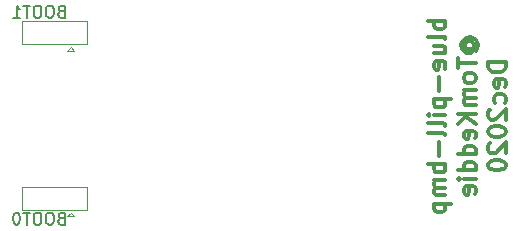
<source format=gbr>
%TF.GenerationSoftware,KiCad,Pcbnew,5.1.6-c6e7f7d~87~ubuntu19.10.1*%
%TF.CreationDate,2020-12-15T16:22:55-08:00*%
%TF.ProjectId,blue-pill-bmp,626c7565-2d70-4696-9c6c-2d626d702e6b,rev?*%
%TF.SameCoordinates,Original*%
%TF.FileFunction,Legend,Bot*%
%TF.FilePolarity,Positive*%
%FSLAX46Y46*%
G04 Gerber Fmt 4.6, Leading zero omitted, Abs format (unit mm)*
G04 Created by KiCad (PCBNEW 5.1.6-c6e7f7d~87~ubuntu19.10.1) date 2020-12-15 16:22:55*
%MOMM*%
%LPD*%
G01*
G04 APERTURE LIST*
%ADD10C,0.300000*%
%ADD11C,0.120000*%
%ADD12C,0.150000*%
G04 APERTURE END LIST*
D10*
X136128571Y-91928571D02*
X134628571Y-91928571D01*
X135200000Y-91928571D02*
X135128571Y-92071428D01*
X135128571Y-92357142D01*
X135200000Y-92500000D01*
X135271428Y-92571428D01*
X135414285Y-92642857D01*
X135842857Y-92642857D01*
X135985714Y-92571428D01*
X136057142Y-92500000D01*
X136128571Y-92357142D01*
X136128571Y-92071428D01*
X136057142Y-91928571D01*
X136128571Y-93500000D02*
X136057142Y-93357142D01*
X135914285Y-93285714D01*
X134628571Y-93285714D01*
X135128571Y-94714285D02*
X136128571Y-94714285D01*
X135128571Y-94071428D02*
X135914285Y-94071428D01*
X136057142Y-94142857D01*
X136128571Y-94285714D01*
X136128571Y-94500000D01*
X136057142Y-94642857D01*
X135985714Y-94714285D01*
X136057142Y-96000000D02*
X136128571Y-95857142D01*
X136128571Y-95571428D01*
X136057142Y-95428571D01*
X135914285Y-95357142D01*
X135342857Y-95357142D01*
X135200000Y-95428571D01*
X135128571Y-95571428D01*
X135128571Y-95857142D01*
X135200000Y-96000000D01*
X135342857Y-96071428D01*
X135485714Y-96071428D01*
X135628571Y-95357142D01*
X135557142Y-96714285D02*
X135557142Y-97857142D01*
X135128571Y-98571428D02*
X136628571Y-98571428D01*
X135200000Y-98571428D02*
X135128571Y-98714285D01*
X135128571Y-99000000D01*
X135200000Y-99142857D01*
X135271428Y-99214285D01*
X135414285Y-99285714D01*
X135842857Y-99285714D01*
X135985714Y-99214285D01*
X136057142Y-99142857D01*
X136128571Y-99000000D01*
X136128571Y-98714285D01*
X136057142Y-98571428D01*
X136128571Y-99928571D02*
X135128571Y-99928571D01*
X134628571Y-99928571D02*
X134700000Y-99857142D01*
X134771428Y-99928571D01*
X134700000Y-100000000D01*
X134628571Y-99928571D01*
X134771428Y-99928571D01*
X136128571Y-100857142D02*
X136057142Y-100714285D01*
X135914285Y-100642857D01*
X134628571Y-100642857D01*
X136128571Y-101642857D02*
X136057142Y-101500000D01*
X135914285Y-101428571D01*
X134628571Y-101428571D01*
X135557142Y-102214285D02*
X135557142Y-103357142D01*
X136128571Y-104071428D02*
X134628571Y-104071428D01*
X135200000Y-104071428D02*
X135128571Y-104214285D01*
X135128571Y-104500000D01*
X135200000Y-104642857D01*
X135271428Y-104714285D01*
X135414285Y-104785714D01*
X135842857Y-104785714D01*
X135985714Y-104714285D01*
X136057142Y-104642857D01*
X136128571Y-104500000D01*
X136128571Y-104214285D01*
X136057142Y-104071428D01*
X136128571Y-105428571D02*
X135128571Y-105428571D01*
X135271428Y-105428571D02*
X135200000Y-105500000D01*
X135128571Y-105642857D01*
X135128571Y-105857142D01*
X135200000Y-106000000D01*
X135342857Y-106071428D01*
X136128571Y-106071428D01*
X135342857Y-106071428D02*
X135200000Y-106142857D01*
X135128571Y-106285714D01*
X135128571Y-106500000D01*
X135200000Y-106642857D01*
X135342857Y-106714285D01*
X136128571Y-106714285D01*
X135128571Y-107428571D02*
X136628571Y-107428571D01*
X135200000Y-107428571D02*
X135128571Y-107571428D01*
X135128571Y-107857142D01*
X135200000Y-108000000D01*
X135271428Y-108071428D01*
X135414285Y-108142857D01*
X135842857Y-108142857D01*
X135985714Y-108071428D01*
X136057142Y-108000000D01*
X136128571Y-107857142D01*
X136128571Y-107571428D01*
X136057142Y-107428571D01*
X137964285Y-94321428D02*
X137892857Y-94250000D01*
X137821428Y-94107142D01*
X137821428Y-93964285D01*
X137892857Y-93821428D01*
X137964285Y-93750000D01*
X138107142Y-93678571D01*
X138250000Y-93678571D01*
X138392857Y-93750000D01*
X138464285Y-93821428D01*
X138535714Y-93964285D01*
X138535714Y-94107142D01*
X138464285Y-94250000D01*
X138392857Y-94321428D01*
X137821428Y-94321428D02*
X138392857Y-94321428D01*
X138464285Y-94392857D01*
X138464285Y-94464285D01*
X138392857Y-94607142D01*
X138250000Y-94678571D01*
X137892857Y-94678571D01*
X137678571Y-94535714D01*
X137535714Y-94321428D01*
X137464285Y-94035714D01*
X137535714Y-93750000D01*
X137678571Y-93535714D01*
X137892857Y-93392857D01*
X138178571Y-93321428D01*
X138464285Y-93392857D01*
X138678571Y-93535714D01*
X138821428Y-93750000D01*
X138892857Y-94035714D01*
X138821428Y-94321428D01*
X138678571Y-94535714D01*
X137178571Y-95107142D02*
X137178571Y-95964285D01*
X138678571Y-95535714D02*
X137178571Y-95535714D01*
X138678571Y-96678571D02*
X138607142Y-96535714D01*
X138535714Y-96464285D01*
X138392857Y-96392857D01*
X137964285Y-96392857D01*
X137821428Y-96464285D01*
X137750000Y-96535714D01*
X137678571Y-96678571D01*
X137678571Y-96892857D01*
X137750000Y-97035714D01*
X137821428Y-97107142D01*
X137964285Y-97178571D01*
X138392857Y-97178571D01*
X138535714Y-97107142D01*
X138607142Y-97035714D01*
X138678571Y-96892857D01*
X138678571Y-96678571D01*
X138678571Y-97821428D02*
X137678571Y-97821428D01*
X137821428Y-97821428D02*
X137750000Y-97892857D01*
X137678571Y-98035714D01*
X137678571Y-98250000D01*
X137750000Y-98392857D01*
X137892857Y-98464285D01*
X138678571Y-98464285D01*
X137892857Y-98464285D02*
X137750000Y-98535714D01*
X137678571Y-98678571D01*
X137678571Y-98892857D01*
X137750000Y-99035714D01*
X137892857Y-99107142D01*
X138678571Y-99107142D01*
X138678571Y-99821428D02*
X137178571Y-99821428D01*
X138678571Y-100678571D02*
X137821428Y-100035714D01*
X137178571Y-100678571D02*
X138035714Y-99821428D01*
X138607142Y-101892857D02*
X138678571Y-101750000D01*
X138678571Y-101464285D01*
X138607142Y-101321428D01*
X138464285Y-101250000D01*
X137892857Y-101250000D01*
X137750000Y-101321428D01*
X137678571Y-101464285D01*
X137678571Y-101750000D01*
X137750000Y-101892857D01*
X137892857Y-101964285D01*
X138035714Y-101964285D01*
X138178571Y-101250000D01*
X138678571Y-103250000D02*
X137178571Y-103250000D01*
X138607142Y-103250000D02*
X138678571Y-103107142D01*
X138678571Y-102821428D01*
X138607142Y-102678571D01*
X138535714Y-102607142D01*
X138392857Y-102535714D01*
X137964285Y-102535714D01*
X137821428Y-102607142D01*
X137750000Y-102678571D01*
X137678571Y-102821428D01*
X137678571Y-103107142D01*
X137750000Y-103250000D01*
X138678571Y-104607142D02*
X137178571Y-104607142D01*
X138607142Y-104607142D02*
X138678571Y-104464285D01*
X138678571Y-104178571D01*
X138607142Y-104035714D01*
X138535714Y-103964285D01*
X138392857Y-103892857D01*
X137964285Y-103892857D01*
X137821428Y-103964285D01*
X137750000Y-104035714D01*
X137678571Y-104178571D01*
X137678571Y-104464285D01*
X137750000Y-104607142D01*
X138678571Y-105321428D02*
X137678571Y-105321428D01*
X137178571Y-105321428D02*
X137250000Y-105250000D01*
X137321428Y-105321428D01*
X137250000Y-105392857D01*
X137178571Y-105321428D01*
X137321428Y-105321428D01*
X138607142Y-106607142D02*
X138678571Y-106464285D01*
X138678571Y-106178571D01*
X138607142Y-106035714D01*
X138464285Y-105964285D01*
X137892857Y-105964285D01*
X137750000Y-106035714D01*
X137678571Y-106178571D01*
X137678571Y-106464285D01*
X137750000Y-106607142D01*
X137892857Y-106678571D01*
X138035714Y-106678571D01*
X138178571Y-105964285D01*
X141228571Y-95464285D02*
X139728571Y-95464285D01*
X139728571Y-95821428D01*
X139800000Y-96035714D01*
X139942857Y-96178571D01*
X140085714Y-96250000D01*
X140371428Y-96321428D01*
X140585714Y-96321428D01*
X140871428Y-96250000D01*
X141014285Y-96178571D01*
X141157142Y-96035714D01*
X141228571Y-95821428D01*
X141228571Y-95464285D01*
X141157142Y-97535714D02*
X141228571Y-97392857D01*
X141228571Y-97107142D01*
X141157142Y-96964285D01*
X141014285Y-96892857D01*
X140442857Y-96892857D01*
X140300000Y-96964285D01*
X140228571Y-97107142D01*
X140228571Y-97392857D01*
X140300000Y-97535714D01*
X140442857Y-97607142D01*
X140585714Y-97607142D01*
X140728571Y-96892857D01*
X141157142Y-98892857D02*
X141228571Y-98750000D01*
X141228571Y-98464285D01*
X141157142Y-98321428D01*
X141085714Y-98250000D01*
X140942857Y-98178571D01*
X140514285Y-98178571D01*
X140371428Y-98250000D01*
X140300000Y-98321428D01*
X140228571Y-98464285D01*
X140228571Y-98750000D01*
X140300000Y-98892857D01*
X139871428Y-99464285D02*
X139800000Y-99535714D01*
X139728571Y-99678571D01*
X139728571Y-100035714D01*
X139800000Y-100178571D01*
X139871428Y-100250000D01*
X140014285Y-100321428D01*
X140157142Y-100321428D01*
X140371428Y-100250000D01*
X141228571Y-99392857D01*
X141228571Y-100321428D01*
X139728571Y-101250000D02*
X139728571Y-101392857D01*
X139800000Y-101535714D01*
X139871428Y-101607142D01*
X140014285Y-101678571D01*
X140300000Y-101750000D01*
X140657142Y-101750000D01*
X140942857Y-101678571D01*
X141085714Y-101607142D01*
X141157142Y-101535714D01*
X141228571Y-101392857D01*
X141228571Y-101250000D01*
X141157142Y-101107142D01*
X141085714Y-101035714D01*
X140942857Y-100964285D01*
X140657142Y-100892857D01*
X140300000Y-100892857D01*
X140014285Y-100964285D01*
X139871428Y-101035714D01*
X139800000Y-101107142D01*
X139728571Y-101250000D01*
X139871428Y-102321428D02*
X139800000Y-102392857D01*
X139728571Y-102535714D01*
X139728571Y-102892857D01*
X139800000Y-103035714D01*
X139871428Y-103107142D01*
X140014285Y-103178571D01*
X140157142Y-103178571D01*
X140371428Y-103107142D01*
X141228571Y-102250000D01*
X141228571Y-103178571D01*
X139728571Y-104107142D02*
X139728571Y-104250000D01*
X139800000Y-104392857D01*
X139871428Y-104464285D01*
X140014285Y-104535714D01*
X140300000Y-104607142D01*
X140657142Y-104607142D01*
X140942857Y-104535714D01*
X141085714Y-104464285D01*
X141157142Y-104392857D01*
X141228571Y-104250000D01*
X141228571Y-104107142D01*
X141157142Y-103964285D01*
X141085714Y-103892857D01*
X140942857Y-103821428D01*
X140657142Y-103750000D01*
X140300000Y-103750000D01*
X140014285Y-103821428D01*
X139871428Y-103892857D01*
X139800000Y-103964285D01*
X139728571Y-104107142D01*
D11*
%TO.C,BOOT0*%
X104100000Y-108500000D02*
X104400000Y-108200000D01*
X104700000Y-108500000D02*
X104100000Y-108500000D01*
X104400000Y-108200000D02*
X104700000Y-108500000D01*
X105750000Y-107950000D02*
X105750000Y-106000000D01*
X100250000Y-107950000D02*
X105750000Y-107950000D01*
X100250000Y-106000000D02*
X100250000Y-107950000D01*
X105750000Y-106000000D02*
X100250000Y-106000000D01*
%TO.C,BOOT1*%
X104100000Y-94500000D02*
X104400000Y-94200000D01*
X104700000Y-94500000D02*
X104100000Y-94500000D01*
X104400000Y-94200000D02*
X104700000Y-94500000D01*
X105750000Y-93950000D02*
X105750000Y-92000000D01*
X100250000Y-93950000D02*
X105750000Y-93950000D01*
X100250000Y-92000000D02*
X100250000Y-93950000D01*
X105750000Y-92000000D02*
X100250000Y-92000000D01*
%TO.C,BOOT0*%
D12*
X103583333Y-108678571D02*
X103440476Y-108726190D01*
X103392857Y-108773809D01*
X103345238Y-108869047D01*
X103345238Y-109011904D01*
X103392857Y-109107142D01*
X103440476Y-109154761D01*
X103535714Y-109202380D01*
X103916666Y-109202380D01*
X103916666Y-108202380D01*
X103583333Y-108202380D01*
X103488095Y-108250000D01*
X103440476Y-108297619D01*
X103392857Y-108392857D01*
X103392857Y-108488095D01*
X103440476Y-108583333D01*
X103488095Y-108630952D01*
X103583333Y-108678571D01*
X103916666Y-108678571D01*
X102726190Y-108202380D02*
X102535714Y-108202380D01*
X102440476Y-108250000D01*
X102345238Y-108345238D01*
X102297619Y-108535714D01*
X102297619Y-108869047D01*
X102345238Y-109059523D01*
X102440476Y-109154761D01*
X102535714Y-109202380D01*
X102726190Y-109202380D01*
X102821428Y-109154761D01*
X102916666Y-109059523D01*
X102964285Y-108869047D01*
X102964285Y-108535714D01*
X102916666Y-108345238D01*
X102821428Y-108250000D01*
X102726190Y-108202380D01*
X101678571Y-108202380D02*
X101488095Y-108202380D01*
X101392857Y-108250000D01*
X101297619Y-108345238D01*
X101250000Y-108535714D01*
X101250000Y-108869047D01*
X101297619Y-109059523D01*
X101392857Y-109154761D01*
X101488095Y-109202380D01*
X101678571Y-109202380D01*
X101773809Y-109154761D01*
X101869047Y-109059523D01*
X101916666Y-108869047D01*
X101916666Y-108535714D01*
X101869047Y-108345238D01*
X101773809Y-108250000D01*
X101678571Y-108202380D01*
X100964285Y-108202380D02*
X100392857Y-108202380D01*
X100678571Y-109202380D02*
X100678571Y-108202380D01*
X99869047Y-108202380D02*
X99773809Y-108202380D01*
X99678571Y-108250000D01*
X99630952Y-108297619D01*
X99583333Y-108392857D01*
X99535714Y-108583333D01*
X99535714Y-108821428D01*
X99583333Y-109011904D01*
X99630952Y-109107142D01*
X99678571Y-109154761D01*
X99773809Y-109202380D01*
X99869047Y-109202380D01*
X99964285Y-109154761D01*
X100011904Y-109107142D01*
X100059523Y-109011904D01*
X100107142Y-108821428D01*
X100107142Y-108583333D01*
X100059523Y-108392857D01*
X100011904Y-108297619D01*
X99964285Y-108250000D01*
X99869047Y-108202380D01*
%TO.C,BOOT1*%
X103583333Y-91153571D02*
X103440476Y-91201190D01*
X103392857Y-91248809D01*
X103345238Y-91344047D01*
X103345238Y-91486904D01*
X103392857Y-91582142D01*
X103440476Y-91629761D01*
X103535714Y-91677380D01*
X103916666Y-91677380D01*
X103916666Y-90677380D01*
X103583333Y-90677380D01*
X103488095Y-90725000D01*
X103440476Y-90772619D01*
X103392857Y-90867857D01*
X103392857Y-90963095D01*
X103440476Y-91058333D01*
X103488095Y-91105952D01*
X103583333Y-91153571D01*
X103916666Y-91153571D01*
X102726190Y-90677380D02*
X102535714Y-90677380D01*
X102440476Y-90725000D01*
X102345238Y-90820238D01*
X102297619Y-91010714D01*
X102297619Y-91344047D01*
X102345238Y-91534523D01*
X102440476Y-91629761D01*
X102535714Y-91677380D01*
X102726190Y-91677380D01*
X102821428Y-91629761D01*
X102916666Y-91534523D01*
X102964285Y-91344047D01*
X102964285Y-91010714D01*
X102916666Y-90820238D01*
X102821428Y-90725000D01*
X102726190Y-90677380D01*
X101678571Y-90677380D02*
X101488095Y-90677380D01*
X101392857Y-90725000D01*
X101297619Y-90820238D01*
X101250000Y-91010714D01*
X101250000Y-91344047D01*
X101297619Y-91534523D01*
X101392857Y-91629761D01*
X101488095Y-91677380D01*
X101678571Y-91677380D01*
X101773809Y-91629761D01*
X101869047Y-91534523D01*
X101916666Y-91344047D01*
X101916666Y-91010714D01*
X101869047Y-90820238D01*
X101773809Y-90725000D01*
X101678571Y-90677380D01*
X100964285Y-90677380D02*
X100392857Y-90677380D01*
X100678571Y-91677380D02*
X100678571Y-90677380D01*
X99535714Y-91677380D02*
X100107142Y-91677380D01*
X99821428Y-91677380D02*
X99821428Y-90677380D01*
X99916666Y-90820238D01*
X100011904Y-90915476D01*
X100107142Y-90963095D01*
%TD*%
M02*

</source>
